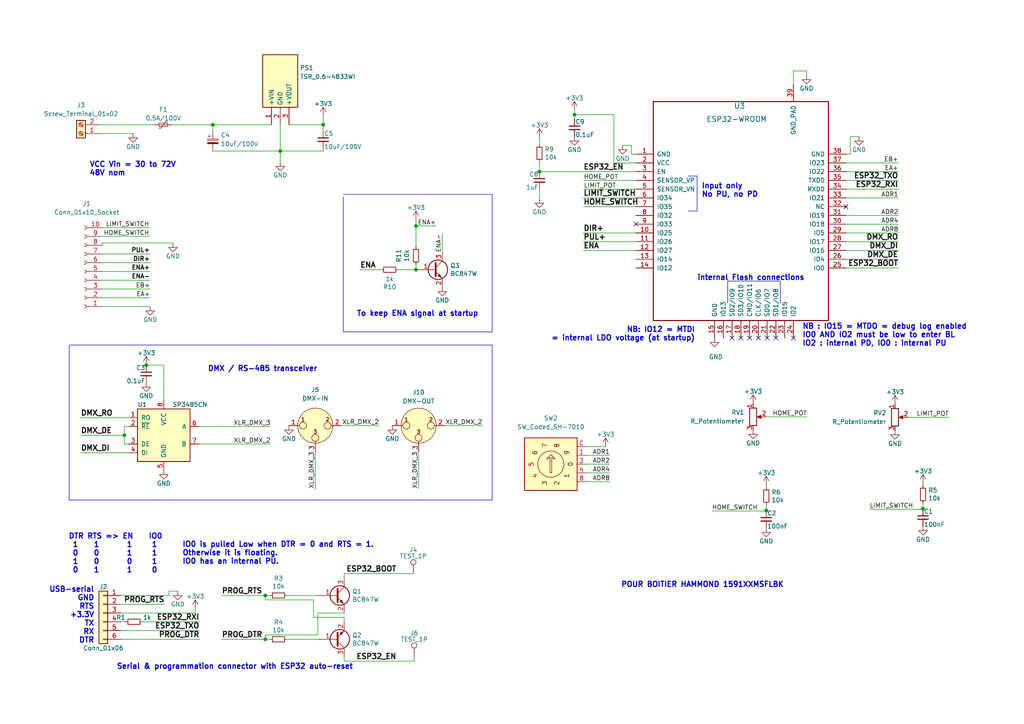
<source format=kicad_sch>
(kicad_sch (version 20230121) (generator eeschema)
  (paper "A4")
  (lib_symbols
    (symbol "Connector:Conn_01x10_Socket" (pin_names (offset 1.016) hide)
      (property "Reference" "J" (at 0 12.7 0))
      (property "Value" "Conn_01x10_Socket" (at 0 -15.24 0))
      (symbol "Conn_01x10_Socket_1_1"
        (arc (start 0 -12.192) (mid -0.5058 -12.7) (end 0 -13.208) (stroke (width 0.1524)))
        (arc (start 0 -9.652) (mid -0.5058 -10.16) (end 0 -10.668) (stroke (width 0.1524)))
        (arc (start 0 -7.112) (mid -0.5058 -7.62) (end 0 -8.128) (stroke (width 0.1524)))
        (arc (start 0 -4.572) (mid -0.5058 -5.08) (end 0 -5.588) (stroke (width 0.1524)))
        (arc (start 0 -2.032) (mid -0.5058 -2.54) (end 0 -3.048) (stroke (width 0.1524)))
        (polyline (pts (xy -1.27 -12.7) (xy -0.508 -12.7)) (stroke (width 0.1524)))
        (polyline (pts (xy -1.27 -10.16) (xy -0.508 -10.16)) (stroke (width 0.1524)))
        (polyline (pts (xy -1.27 -7.62) (xy -0.508 -7.62)) (stroke (width 0.1524)))
        (polyline (pts (xy -1.27 -5.08) (xy -0.508 -5.08)) (stroke (width 0.1524)))
        (polyline (pts (xy -1.27 -2.54) (xy -0.508 -2.54)) (stroke (width 0.1524)))
        (polyline (pts (xy -1.27 0) (xy -0.508 0)) (stroke (width 0.1524)))
        (polyline (pts (xy -1.27 2.54) (xy -0.508 2.54)) (stroke (width 0.1524)))
        (polyline (pts (xy -1.27 5.08) (xy -0.508 5.08)) (stroke (width 0.1524)))
        (polyline (pts (xy -1.27 7.62) (xy -0.508 7.62)) (stroke (width 0.1524)))
        (polyline (pts (xy -1.27 10.16) (xy -0.508 10.16)) (stroke (width 0.1524)))
        (arc (start 0 0.508) (mid -0.5058 0) (end 0 -0.508) (stroke (width 0.1524)))
        (arc (start 0 3.048) (mid -0.5058 2.54) (end 0 2.032) (stroke (width 0.1524)))
        (arc (start 0 5.588) (mid -0.5058 5.08) (end 0 4.572) (stroke (width 0.1524)))
        (arc (start 0 8.128) (mid -0.5058 7.62) (end 0 7.112) (stroke (width 0.1524)))
        (arc (start 0 10.668) (mid -0.5058 10.16) (end 0 9.652) (stroke (width 0.1524)))
        (pin passive line (at -5.08 10.16 0) (length 3.81) (name "Pin_1") (number "1"))
        (pin passive line (at -5.08 -12.7 0) (length 3.81) (name "Pin_10") (number "10"))
        (pin passive line (at -5.08 7.62 0) (length 3.81) (name "Pin_2") (number "2"))
        (pin passive line (at -5.08 5.08 0) (length 3.81) (name "Pin_3") (number "3"))
        (pin passive line (at -5.08 2.54 0) (length 3.81) (name "Pin_4") (number "4"))
        (pin passive line (at -5.08 0 0) (length 3.81) (name "Pin_5") (number "5"))
        (pin passive line (at -5.08 -2.54 0) (length 3.81) (name "Pin_6") (number "6"))
        (pin passive line (at -5.08 -5.08 0) (length 3.81) (name "Pin_7") (number "7"))
        (pin passive line (at -5.08 -7.62 0) (length 3.81) (name "Pin_8") (number "8"))
        (pin passive line (at -5.08 -10.16 0) (length 3.81) (name "Pin_9") (number "9"))
      )
    )
    (symbol "Connector:Screw_Terminal_01x02" (pin_names (offset 1.016) hide)
      (property "Reference" "J" (at 0 2.54 0))
      (property "Value" "Screw_Terminal_01x02" (at 0 -5.08 0))
      (symbol "Screw_Terminal_01x02_1_1"
        (rectangle (start -1.27 1.27) (end 1.27 -3.81) (stroke (width 0.254)) (fill (type background)))
        (circle (center 0 -2.54) (radius 0.635) (stroke (width 0.1524)))
        (polyline (pts (xy -0.5334 -2.2098) (xy 0.3302 -3.048)) (stroke (width 0.1524)))
        (polyline (pts (xy -0.5334 0.3302) (xy 0.3302 -0.508)) (stroke (width 0.1524)))
        (polyline (pts (xy -0.3556 -2.032) (xy 0.508 -2.8702)) (stroke (width 0.1524)))
        (polyline (pts (xy -0.3556 0.508) (xy 0.508 -0.3302)) (stroke (width 0.1524)))
        (circle (center 0 0) (radius 0.635) (stroke (width 0.1524)))
        (pin passive line (at -5.08 0 0) (length 3.81) (name "Pin_1") (number "1"))
        (pin passive line (at -5.08 -2.54 0) (length 3.81) (name "Pin_2") (number "2"))
      )
    )
    (symbol "Connector:TestPoint" (pin_numbers hide) (pin_names (offset 0.762) hide)
      (property "Reference" "TP" (at 0 6.858 0))
      (property "Value" "Connector_TestPoint" (at 0 5.08 0))
      (symbol "TestPoint_0_1"
        (circle (center 0 3.302) (radius 0.762))
      )
      (symbol "TestPoint_1_1"
        (pin passive line (at 0 0 90) (length 2.54) (name "1") (number "1"))
      )
    )
    (symbol "Connector:XLR3" (pin_names hide)
      (property "Reference" "J" (at 0 8.89 0))
      (property "Value" "XLR3" (at 0 6.35 0))
      (symbol "XLR3_0_1"
        (circle (center -3.556 0) (radius 1.016))
        (circle (center 0 -3.556) (radius 1.016))
        (polyline (pts (xy -5.08 0) (xy -4.572 0)))
        (polyline (pts (xy 0 -5.08) (xy 0 -4.572)))
        (polyline (pts (xy 5.08 0) (xy 4.572 0)))
        (circle (center 0 0) (radius 5.08) (fill (type background)))
        (circle (center 3.556 0) (radius 1.016))
        (text "1" (at -3.556 1.778 0) (effects (font (size 1.016 1.016) bold)))
        (text "2" (at 3.556 1.778 0) (effects (font (size 1.016 1.016) bold)))
        (text "3" (at 0 -1.778 0) (effects (font (size 1.016 1.016) bold)))
        (pin passive line (at -7.62 0 0) (length 2.54) (name "~") (number "1"))
        (pin passive line (at 7.62 0 180) (length 2.54) (name "~") (number "2"))
        (pin passive line (at 0 -7.62 90) (length 2.54) (name "~") (number "3"))
      )
    )
    (symbol "Connector_Generic:Conn_01x06" (pin_names (offset 1.016) hide)
      (property "Reference" "J" (at 0 7.62 0))
      (property "Value" "Connector_Generic_Conn_01x06" (at 0 -10.16 0))
      (symbol "Conn_01x06_1_1"
        (rectangle (start -1.27 -7.493) (end 0 -7.747) (stroke (width 0.1524)))
        (rectangle (start -1.27 -4.953) (end 0 -5.207) (stroke (width 0.1524)))
        (rectangle (start -1.27 -2.413) (end 0 -2.667) (stroke (width 0.1524)))
        (rectangle (start -1.27 0.127) (end 0 -0.127) (stroke (width 0.1524)))
        (rectangle (start -1.27 2.667) (end 0 2.413) (stroke (width 0.1524)))
        (rectangle (start -1.27 5.207) (end 0 4.953) (stroke (width 0.1524)))
        (rectangle (start -1.27 6.35) (end 1.27 -8.89) (stroke (width 0.254)) (fill (type background)))
        (pin passive line (at -5.08 5.08 0) (length 3.81) (name "Pin_1") (number "1"))
        (pin passive line (at -5.08 2.54 0) (length 3.81) (name "Pin_2") (number "2"))
        (pin passive line (at -5.08 0 0) (length 3.81) (name "Pin_3") (number "3"))
        (pin passive line (at -5.08 -2.54 0) (length 3.81) (name "Pin_4") (number "4"))
        (pin passive line (at -5.08 -5.08 0) (length 3.81) (name "Pin_5") (number "5"))
        (pin passive line (at -5.08 -7.62 0) (length 3.81) (name "Pin_6") (number "6"))
      )
    )
    (symbol "Device:C_Polarized_Small" (pin_numbers hide) (pin_names (offset 0.254) hide)
      (property "Reference" "C" (at 0.254 1.778 0))
      (property "Value" "C_Polarized_Small" (at 0.254 -2.032 0))
      (symbol "C_Polarized_Small_0_1"
        (rectangle (start -1.524 -0.3048) (end 1.524 -0.6858) (fill (type outline)))
        (rectangle (start -1.524 0.6858) (end 1.524 0.3048))
        (polyline (pts (xy -1.27 1.524) (xy -0.762 1.524)))
        (polyline (pts (xy -1.016 1.27) (xy -1.016 1.778)))
      )
      (symbol "C_Polarized_Small_1_1"
        (pin passive line (at 0 2.54 270) (length 1.8542) (name "~") (number "1"))
        (pin passive line (at 0 -2.54 90) (length 1.8542) (name "~") (number "2"))
      )
    )
    (symbol "Device:C_Small" (pin_numbers hide) (pin_names (offset 0.254) hide)
      (property "Reference" "C" (at 0.254 1.778 0))
      (property "Value" "Device_C_Small" (at 0.254 -2.032 0))
      (symbol "C_Small_0_1"
        (polyline (pts (xy -1.524 -0.508) (xy 1.524 -0.508)) (stroke (width 0.3302)))
        (polyline (pts (xy -1.524 0.508) (xy 1.524 0.508)) (stroke (width 0.3048)))
      )
      (symbol "C_Small_1_1"
        (pin passive line (at 0 2.54 270) (length 2.032) (name "~") (number "1"))
        (pin passive line (at 0 -2.54 90) (length 2.032) (name "~") (number "2"))
      )
    )
    (symbol "Device:Polyfuse_Small" (pin_numbers hide) (pin_names (offset 0))
      (property "Reference" "F" (at -1.905 0 90))
      (property "Value" "Polyfuse_Small" (at 1.905 0 90))
      (symbol "Polyfuse_Small_0_1"
        (rectangle (start -0.508 1.27) (end 0.508 -1.27))
        (polyline (pts (xy 0 2.54) (xy 0 -2.54)))
        (polyline (pts (xy -1.016 1.27) (xy -1.016 0.762) (xy 1.016 -0.762) (xy 1.016 -1.27)))
      )
      (symbol "Polyfuse_Small_1_1"
        (pin passive line (at 0 2.54 270) (length 0.635) (name "~") (number "1"))
        (pin passive line (at 0 -2.54 90) (length 0.635) (name "~") (number "2"))
      )
    )
    (symbol "Device:R_Potentiometer" (pin_names (offset 1.016) hide)
      (property "Reference" "RV" (at -4.445 0 90))
      (property "Value" "R_Potentiometer" (at -2.54 0 90))
      (symbol "R_Potentiometer_0_1"
        (polyline (pts (xy 2.54 0) (xy 1.524 0)))
        (polyline (pts (xy 1.143 0) (xy 2.286 0.508) (xy 2.286 -0.508) (xy 1.143 0)) (fill (type outline)))
        (rectangle (start 1.016 2.54) (end -1.016 -2.54) (stroke (width 0.254)))
      )
      (symbol "R_Potentiometer_1_1"
        (pin passive line (at 0 3.81 270) (length 1.27) (name "1") (number "1"))
        (pin passive line (at 3.81 0 180) (length 1.27) (name "2") (number "2"))
        (pin passive line (at 0 -3.81 90) (length 1.27) (name "3") (number "3"))
      )
    )
    (symbol "Device:R_Small" (pin_numbers hide) (pin_names (offset 0.254) hide)
      (property "Reference" "R" (at 0.762 0.508 0))
      (property "Value" "Device_R_Small" (at 0.762 -1.016 0))
      (symbol "R_Small_0_1"
        (rectangle (start -0.762 1.778) (end 0.762 -1.778) (stroke (width 0.2032)))
      )
      (symbol "R_Small_1_1"
        (pin passive line (at 0 2.54 270) (length 0.762) (name "~") (number "1"))
        (pin passive line (at 0 -2.54 90) (length 0.762) (name "~") (number "2"))
      )
    )
    (symbol "Interface_UART:SP3485CN" (pin_names (offset 1.016))
      (property "Reference" "U" (at -7.62 8.89 0))
      (property "Value" "Interface_UART_SP3485CN" (at 2.54 8.89 0))
      (symbol "SP3485CN_0_1"
        (rectangle (start -7.62 7.62) (end 7.62 -7.62) (stroke (width 0.254)) (fill (type background)))
      )
      (symbol "SP3485CN_1_1"
        (pin output line (at -10.16 5.08 0) (length 2.54) (name "RO") (number "1"))
        (pin input line (at -10.16 2.54 0) (length 2.54) (name "~{RE}") (number "2"))
        (pin input line (at -10.16 -2.54 0) (length 2.54) (name "DE") (number "3"))
        (pin input line (at -10.16 -5.08 0) (length 2.54) (name "DI") (number "4"))
        (pin power_in line (at 0 -10.16 90) (length 2.54) (name "GND") (number "5"))
        (pin bidirectional line (at 10.16 2.54 180) (length 2.54) (name "A") (number "6"))
        (pin bidirectional line (at 10.16 -2.54 180) (length 2.54) (name "B") (number "7"))
        (pin power_in line (at 0 10.16 270) (length 2.54) (name "VCC") (number "8"))
      )
    )
    (symbol "KXKM_ESP32_battery_management_board-rescue:ESP32-WROOM-espressif-xess" (pin_names (offset 1.016))
      (property "Reference" "U" (at 3.81 6.35 0))
      (property "Value" "ESP32-WROOM-espressif-xess" (at 3.81 3.81 0))
      (symbol "ESP32-WROOM-espressif-xess_1_1"
        (rectangle (start 5.08 15.24) (end 55.88 -48.26) (stroke (width 0.3048)))
        (pin power_in line (at 0 0 0) (length 5.08) (name "GND") (number "1"))
        (pin bidirectional line (at 0 -22.86 0) (length 5.08) (name "IO25") (number "10"))
        (pin input line (at 0 -25.4 0) (length 5.08) (name "IO26") (number "11"))
        (pin bidirectional line (at 0 -27.94 0) (length 5.08) (name "IO27") (number "12"))
        (pin bidirectional line (at 0 -30.48 0) (length 5.08) (name "IO14") (number "13"))
        (pin bidirectional line (at 0 -33.02 0) (length 5.08) (name "IO12") (number "14"))
        (pin power_in line (at 22.86 -53.34 90) (length 5.08) (name "GND") (number "15"))
        (pin bidirectional line (at 25.4 -53.34 90) (length 5.08) (name "IO13") (number "16"))
        (pin bidirectional line (at 27.94 -53.34 90) (length 5.08) (name "SD2/IO9") (number "17"))
        (pin bidirectional line (at 30.48 -53.34 90) (length 5.08) (name "SD3/IO10") (number "18"))
        (pin bidirectional line (at 33.02 -53.34 90) (length 5.08) (name "CMD/IO11") (number "19"))
        (pin power_in line (at 0 -2.54 0) (length 5.08) (name "VCC") (number "2"))
        (pin bidirectional line (at 35.56 -53.34 90) (length 5.08) (name "CLK/IO6") (number "20"))
        (pin bidirectional line (at 38.1 -53.34 90) (length 5.08) (name "SD0/IO7") (number "21"))
        (pin bidirectional line (at 40.64 -53.34 90) (length 5.08) (name "SD1/IO8") (number "22"))
        (pin bidirectional line (at 43.18 -53.34 90) (length 5.08) (name "IO15") (number "23"))
        (pin bidirectional line (at 45.72 -53.34 90) (length 5.08) (name "IO2") (number "24"))
        (pin bidirectional line (at 60.96 -33.02 180) (length 5.08) (name "IO0") (number "25"))
        (pin bidirectional line (at 60.96 -30.48 180) (length 5.08) (name "IO4") (number "26"))
        (pin bidirectional line (at 60.96 -27.94 180) (length 5.08) (name "IO16") (number "27"))
        (pin bidirectional line (at 60.96 -25.4 180) (length 5.08) (name "IO17") (number "28"))
        (pin bidirectional line (at 60.96 -22.86 180) (length 5.08) (name "IO5") (number "29"))
        (pin input line (at 0 -5.08 0) (length 5.08) (name "EN") (number "3"))
        (pin bidirectional line (at 60.96 -20.32 180) (length 5.08) (name "IO18") (number "30"))
        (pin bidirectional line (at 60.96 -17.78 180) (length 5.08) (name "IO19") (number "31"))
        (pin no_connect line (at 60.96 -15.24 180) (length 5.08) (name "NC") (number "32"))
        (pin bidirectional line (at 60.96 -12.7 180) (length 5.08) (name "IO21") (number "33"))
        (pin bidirectional line (at 60.96 -10.16 180) (length 5.08) (name "RXD0") (number "34"))
        (pin bidirectional line (at 60.96 -7.62 180) (length 5.08) (name "TXD0") (number "35"))
        (pin bidirectional line (at 60.96 -5.08 180) (length 5.08) (name "IO22") (number "36"))
        (pin bidirectional line (at 60.96 -2.54 180) (length 5.08) (name "IO23") (number "37"))
        (pin power_in line (at 60.96 0 180) (length 5.08) (name "GND") (number "38"))
        (pin power_in line (at 45.72 20.32 270) (length 5.08) (name "GND_PAD") (number "39"))
        (pin input line (at 0 -7.62 0) (length 5.08) (name "SENSOR_VP") (number "4"))
        (pin input line (at 0 -10.16 0) (length 5.08) (name "SENSOR_VN") (number "5"))
        (pin bidirectional line (at 0 -12.7 0) (length 5.08) (name "IO34") (number "6"))
        (pin bidirectional line (at 0 -15.24 0) (length 5.08) (name "IO35") (number "7"))
        (pin bidirectional line (at 0 -17.78 0) (length 5.08) (name "IO32") (number "8"))
        (pin bidirectional line (at 0 -20.32 0) (length 5.08) (name "IO33") (number "9"))
      )
    )
    (symbol "Switch:SW_Coded_SH-7010" (pin_names hide)
      (property "Reference" "SW" (at -7.62 8.89 0))
      (property "Value" "SW_Coded_SH-7010" (at -7.62 -8.89 0))
      (symbol "SW_Coded_SH-7010_0_0"
        (text "0" (at 5.715 0 2700) (effects (font (size 1.27 1.27))))
        (text "1" (at 4.6228 -3.3528 2340) (effects (font (size 1.27 1.27))))
        (text "2" (at 1.778 -5.4356 1980) (effects (font (size 1.27 1.27))))
        (text "3" (at -1.778 -5.4356 1620) (effects (font (size 1.27 1.27))))
        (text "4" (at -4.6228 -3.3528 1260) (effects (font (size 1.27 1.27))))
        (text "5" (at -5.715 0 900) (effects (font (size 1.27 1.27))))
        (text "6" (at -4.6228 3.3528 540) (effects (font (size 1.27 1.27))))
        (text "7" (at -1.778 5.4356 180) (effects (font (size 1.27 1.27))))
        (text "8" (at 1.778 5.4356 3420) (effects (font (size 1.27 1.27))))
        (text "9" (at 4.6228 3.3528 3060) (effects (font (size 1.27 1.27))))
      )
      (symbol "SW_Coded_SH-7010_0_1"
        (polyline (pts (xy -0.254 -2.54) (xy -0.254 2.032) (xy -0.762 1.524) (xy -1.27 1.524) (xy 0 2.794) (xy 1.27 1.524) (xy 0.762 1.524) (xy 0.254 2.032) (xy 0.254 -2.54) (xy -0.254 -2.54) (xy -0.254 -2.54)))
        (circle (center 0 0) (radius 3.81))
        (rectangle (start 7.62 7.62) (end -7.62 -7.62) (stroke (width 0.254)) (fill (type background)))
      )
      (symbol "SW_Coded_SH-7010_1_1"
        (pin passive line (at 10.16 2.54 180) (length 2.54) (name "1") (number "1"))
        (pin passive line (at 10.16 0 180) (length 2.54) (name "2") (number "2"))
        (pin passive line (at 10.16 -2.54 180) (length 2.54) (name "4") (number "4"))
        (pin passive line (at 10.16 -5.08 180) (length 2.54) (name "8") (number "8"))
        (pin passive line (at 10.16 5.08 180) (length 2.54) (name "C") (number "C"))
      )
    )
    (symbol "TSR_0_6-4833WI:TSR_0.6-4833WI"
      (property "Reference" "PS" (at 21.59 7.62 0))
      (property "Value" "TSR_0.6-4833WI" (at 21.59 5.08 0))
      (symbol "TSR_0.6-4833WI_1_1"
        (rectangle (start 5.08 2.54) (end 20.32 -7.62) (stroke (width 0.254)) (fill (type background)))
        (pin passive line (at 0 0 0) (length 5.08) (name "+VIN") (number "1"))
        (pin passive line (at 0 -2.54 0) (length 5.08) (name "GND") (number "2"))
        (pin passive line (at 0 -5.08 0) (length 5.08) (name "+VOUT") (number "3"))
      )
    )
    (symbol "Transistor_BJT:BC847W" (pin_names (offset 0) hide)
      (property "Reference" "Q" (at 5.08 1.905 0))
      (property "Value" "Transistor_BJT_BC847W" (at 5.08 0 0))
      (symbol "BC847W_0_1"
        (polyline (pts (xy 0.635 0.635) (xy 2.54 2.54)))
        (polyline (pts (xy 0.635 -0.635) (xy 2.54 -2.54) (xy 2.54 -2.54)))
        (polyline (pts (xy 0.635 1.905) (xy 0.635 -1.905) (xy 0.635 -1.905)) (stroke (width 0.508)))
        (polyline (pts (xy 1.27 -1.778) (xy 1.778 -1.27) (xy 2.286 -2.286) (xy 1.27 -1.778) (xy 1.27 -1.778)) (fill (type outline)))
        (circle (center 1.27 0) (radius 2.8194) (stroke (width 0.254)))
      )
      (symbol "BC847W_1_1"
        (pin input line (at -5.08 0 0) (length 5.715) (name "B") (number "1"))
        (pin passive line (at 2.54 -5.08 90) (length 2.54) (name "E") (number "2"))
        (pin passive line (at 2.54 5.08 270) (length 2.54) (name "C") (number "3"))
      )
    )
    (symbol "power:+3.3V" (power) (pin_names (offset 0))
      (property "Value" "power_+3.3V" (at 0 3.556 0))
      (symbol "+3.3V_0_1"
        (polyline (pts (xy -0.762 1.27) (xy 0 2.54)))
        (polyline (pts (xy 0 0) (xy 0 2.54)))
        (polyline (pts (xy 0 2.54) (xy 0.762 1.27)))
      )
      (symbol "+3.3V_1_1"
        (pin power_in line (at 0 0 90) (length 0) hide (name "+3V3") (number "1"))
      )
    )
    (symbol "power:GND" (power) (pin_names (offset 0))
      (property "Value" "power_GND" (at 0 -3.81 0))
      (symbol "GND_0_1"
        (polyline (pts (xy 0 0) (xy 0 -1.27) (xy 1.27 -1.27) (xy 0 -2.54) (xy -1.27 -1.27) (xy 0 -1.27)))
      )
      (symbol "GND_1_1"
        (pin power_in line (at 0 0 270) (length 0) hide (name "GND") (number "1"))
      )
    )
  )
  (junction (at 76.962 185.42))
  (junction (at 61.722 36.195))
  (junction (at 222.25 148.082))
  (junction (at 81.28 43.815))
  (junction (at 166.624 33.274))
  (junction (at 36.068 126.238))
  (junction (at 42.418 105.918))
  (junction (at 120.65 65.532))
  (junction (at 76.962 172.72))
  (junction (at 267.716 147.574))
  (junction (at 120.65 78.232))
  (junction (at 156.464 49.784))
  (junction (at 93.726 36.195))
  (no_connect (at 230.124 98.044))
  (no_connect (at 212.344 98.044))
  (no_connect (at 184.404 65.024))
  (no_connect (at 245.364 59.944))
  (no_connect (at 219.964 98.044))
  (no_connect (at 214.884 98.044))
  (no_connect (at 217.424 98.044))
  (no_connect (at 222.504 98.044))
  (no_connect (at 225.044 98.044))
  (wire (pts (xy 222.25 148.209) (xy 222.25 148.082)))
  (wire (pts (xy 90.932 173.99) (xy 90.932 179.07)))
  (wire (pts (xy 29.591 68.58) (xy 43.307 68.58)))
  (wire (pts (xy 169.164 59.944) (xy 184.404 59.944)))
  (wire (pts (xy 64.262 172.72) (xy 76.962 172.72)))
  (wire (pts (xy 99.822 166.37) (xy 119.888 166.37)))
  (wire (pts (xy 245.364 52.324) (xy 260.604 52.324)))
  (wire (pts (xy 93.726 33.655) (xy 93.726 36.195)))
  (wire (pts (xy 156.464 49.784) (xy 156.464 46.99)))
  (wire (pts (xy 222.25 140.716) (xy 222.25 141.351)))
  (wire (pts (xy 61.722 36.195) (xy 78.74 36.195)))
  (wire (pts (xy 120.142 191.77) (xy 120.142 190.5)))
  (polyline (pts (xy 211.074 87.884) (xy 211.074 81.534)))
  (wire (pts (xy 64.262 185.42) (xy 76.962 185.42)))
  (polyline (pts (xy 142.748 100.076) (xy 142.748 145.034)))
  (wire (pts (xy 169.291 52.324) (xy 184.404 52.324)))
  (wire (pts (xy 76.962 173.99) (xy 90.932 173.99)))
  (wire (pts (xy 76.962 185.42) (xy 78.232 185.42)))
  (wire (pts (xy 156.464 39.878) (xy 156.464 41.91)))
  (wire (pts (xy 36.068 123.698) (xy 37.338 123.698)))
  (wire (pts (xy 120.65 63.754) (xy 120.65 65.532)))
  (wire (pts (xy 43.561 83.82) (xy 29.591 83.82)))
  (wire (pts (xy 206.502 148.209) (xy 222.25 148.209)))
  (wire (pts (xy 36.068 123.698) (xy 36.068 126.238)))
  (wire (pts (xy 246.634 39.624) (xy 249.174 39.624)))
  (wire (pts (xy 260.604 62.484) (xy 245.364 62.484)))
  (wire (pts (xy 91.44 131.064) (xy 91.44 141.986)))
  (wire (pts (xy 90.932 179.07) (xy 99.822 179.07)))
  (wire (pts (xy 120.65 65.532) (xy 120.65 71.628)))
  (wire (pts (xy 245.364 77.724) (xy 260.604 77.724)))
  (wire (pts (xy 99.822 191.77) (xy 120.142 191.77)))
  (wire (pts (xy 99.822 191.77) (xy 99.822 190.5)))
  (wire (pts (xy 99.822 167.64) (xy 99.822 166.37)))
  (wire (pts (xy 184.404 44.704) (xy 183.134 44.704)))
  (wire (pts (xy 230.124 24.384) (xy 230.124 20.574)))
  (wire (pts (xy 37.338 131.318) (xy 23.368 131.318)))
  (wire (pts (xy 49.022 172.72) (xy 35.052 172.72)))
  (wire (pts (xy 50.165 70.485) (xy 29.591 70.485)))
  (wire (pts (xy 29.591 66.04) (xy 43.307 66.04)))
  (wire (pts (xy 260.604 75.184) (xy 245.364 75.184)))
  (polyline (pts (xy 99.568 96.266) (xy 142.748 96.266)))
  (wire (pts (xy 49.022 171.45) (xy 49.022 172.72)))
  (wire (pts (xy 92.202 184.15) (xy 92.202 177.8)))
  (wire (pts (xy 57.912 180.34) (xy 41.402 180.34)))
  (wire (pts (xy 37.338 121.158) (xy 23.368 121.158)))
  (wire (pts (xy 260.604 57.404) (xy 245.364 57.404)))
  (wire (pts (xy 57.658 128.778) (xy 78.486 128.778)))
  (wire (pts (xy 120.65 76.708) (xy 120.65 78.232)))
  (wire (pts (xy 51.562 171.45) (xy 49.022 171.45)))
  (wire (pts (xy 128.27 67.818) (xy 128.27 73.152)))
  (wire (pts (xy 176.911 132.08) (xy 169.926 132.08)))
  (wire (pts (xy 115.57 78.232) (xy 120.65 78.232)))
  (wire (pts (xy 36.068 126.238) (xy 23.368 126.238)))
  (wire (pts (xy 267.716 147.574) (xy 267.716 145.923)))
  (wire (pts (xy 35.052 182.88) (xy 57.912 182.88)))
  (wire (pts (xy 43.561 88.9) (xy 29.591 88.9)))
  (wire (pts (xy 99.822 179.07) (xy 99.822 180.34)))
  (wire (pts (xy 43.561 86.36) (xy 29.591 86.36)))
  (wire (pts (xy 169.164 70.104) (xy 184.404 70.104)))
  (wire (pts (xy 176.911 137.16) (xy 169.926 137.16)))
  (polyline (pts (xy 199.644 51.054) (xy 202.184 51.054)))
  (wire (pts (xy 139.954 123.444) (xy 129.032 123.444)))
  (polyline (pts (xy 202.184 51.054) (xy 202.184 61.214)))
  (wire (pts (xy 175.641 129.54) (xy 169.926 129.54)))
  (wire (pts (xy 49.911 36.195) (xy 61.722 36.195)))
  (polyline (pts (xy 142.748 145.034) (xy 20.066 145.034)))
  (polyline (pts (xy 99.568 57.15) (xy 99.568 96.266)))
  (wire (pts (xy 169.164 67.564) (xy 184.404 67.564)))
  (wire (pts (xy 93.726 43.815) (xy 81.28 43.815)))
  (wire (pts (xy 166.624 33.274) (xy 166.624 34.544)))
  (wire (pts (xy 35.052 180.34) (xy 36.322 180.34)))
  (wire (pts (xy 245.364 47.244) (xy 260.604 47.244)))
  (wire (pts (xy 28.575 38.735) (xy 38.608 38.735)))
  (wire (pts (xy 92.202 184.15) (xy 76.962 184.15)))
  (wire (pts (xy 275.209 121.031) (xy 263.398 121.031)))
  (wire (pts (xy 176.911 139.7) (xy 169.926 139.7)))
  (wire (pts (xy 184.404 72.644) (xy 169.164 72.644)))
  (wire (pts (xy 156.464 54.864) (xy 156.464 57.658)))
  (wire (pts (xy 43.561 78.74) (xy 29.591 78.74)))
  (wire (pts (xy 83.82 36.195) (xy 93.726 36.195)))
  (wire (pts (xy 81.28 36.195) (xy 81.28 43.815)))
  (wire (pts (xy 252.222 147.701) (xy 267.716 147.701)))
  (wire (pts (xy 245.364 44.704) (xy 246.634 44.704)))
  (wire (pts (xy 178.054 47.244) (xy 178.054 33.274)))
  (polyline (pts (xy 226.314 81.534) (xy 226.314 87.884)))
  (wire (pts (xy 76.962 172.72) (xy 78.232 172.72)))
  (wire (pts (xy 76.962 173.99) (xy 76.962 172.72)))
  (wire (pts (xy 121.412 141.732) (xy 121.412 131.064)))
  (wire (pts (xy 36.068 126.238) (xy 36.068 128.778)))
  (wire (pts (xy 178.054 33.274) (xy 166.624 33.274)))
  (wire (pts (xy 42.418 105.918) (xy 47.498 105.918)))
  (wire (pts (xy 245.364 70.104) (xy 260.604 70.104)))
  (wire (pts (xy 245.364 49.784) (xy 260.604 49.784)))
  (wire (pts (xy 109.982 123.444) (xy 99.06 123.444)))
  (wire (pts (xy 81.28 43.815) (xy 81.28 46.99)))
  (wire (pts (xy 93.726 36.195) (xy 93.726 37.973)))
  (wire (pts (xy 234.061 120.904) (xy 222.25 120.904)))
  (wire (pts (xy 83.312 185.42) (xy 92.202 185.42)))
  (wire (pts (xy 245.364 67.564) (xy 260.604 67.564)))
  (wire (pts (xy 43.561 81.28) (xy 29.591 81.28)))
  (wire (pts (xy 57.658 123.698) (xy 78.486 123.698)))
  (polyline (pts (xy 211.074 81.534) (xy 226.314 81.534)))
  (wire (pts (xy 93.726 43.053) (xy 93.726 43.815)))
  (wire (pts (xy 36.068 128.778) (xy 37.338 128.778)))
  (wire (pts (xy 35.052 175.26) (xy 47.752 175.26)))
  (wire (pts (xy 83.312 172.72) (xy 92.202 172.72)))
  (wire (pts (xy 230.124 20.574) (xy 233.934 20.574)))
  (wire (pts (xy 76.962 184.15) (xy 76.962 185.42)))
  (wire (pts (xy 184.404 47.244) (xy 178.054 47.244)))
  (wire (pts (xy 222.25 148.082) (xy 222.25 146.431)))
  (wire (pts (xy 176.911 134.62) (xy 169.926 134.62)))
  (wire (pts (xy 61.722 43.561) (xy 61.722 43.815)))
  (wire (pts (xy 260.604 54.864) (xy 245.364 54.864)))
  (polyline (pts (xy 20.066 100.076) (xy 20.066 145.034)))
  (wire (pts (xy 260.604 65.024) (xy 245.364 65.024)))
  (wire (pts (xy 61.722 43.815) (xy 81.28 43.815)))
  (wire (pts (xy 35.052 177.8) (xy 56.642 177.8)))
  (wire (pts (xy 169.291 54.864) (xy 184.404 54.864)))
  (wire (pts (xy 267.716 147.701) (xy 267.716 147.574)))
  (wire (pts (xy 92.202 177.8) (xy 99.822 177.8)))
  (wire (pts (xy 43.561 76.2) (xy 29.591 76.2)))
  (polyline (pts (xy 142.748 96.266) (xy 142.748 56.388)))
  (wire (pts (xy 35.052 185.42) (xy 57.912 185.42)))
  (wire (pts (xy 260.604 72.644) (xy 245.364 72.644)))
  (polyline (pts (xy 99.568 56.388) (xy 142.748 56.388)))
  (wire (pts (xy 56.642 177.8) (xy 56.642 176.53)))
  (wire (pts (xy 156.464 49.784) (xy 184.404 49.784)))
  (wire (pts (xy 166.624 32.004) (xy 166.624 33.274)))
  (wire (pts (xy 183.134 44.704) (xy 183.134 42.164)))
  (wire (pts (xy 61.722 36.195) (xy 61.722 38.481)))
  (polyline (pts (xy 202.184 61.214) (xy 199.644 61.214)))
  (wire (pts (xy 169.164 57.404) (xy 184.404 57.404)))
  (wire (pts (xy 29.591 70.485) (xy 29.591 71.12)))
  (wire (pts (xy 43.561 73.66) (xy 29.591 73.66)))
  (wire (pts (xy 120.65 65.532) (xy 126.492 65.532)))
  (wire (pts (xy 47.498 105.918) (xy 47.498 116.078)))
  (wire (pts (xy 246.634 44.704) (xy 246.634 39.624)))
  (wire (pts (xy 183.134 42.164) (xy 180.594 42.164)))
  (wire (pts (xy 233.934 20.574) (xy 233.934 21.844)))
  (wire (pts (xy 104.394 78.232) (xy 110.49 78.232)))
  (polyline (pts (xy 20.32 100.076) (xy 142.748 100.076)))
  (wire (pts (xy 28.575 36.195) (xy 44.831 36.195)))
  (wire (pts (xy 267.716 140.208) (xy 267.716 140.843)))
  (text "VCC Vin = 30 to 72V\n48V nom" (at 25.908 51.181 0) (effects (font (size 1.524 1.524) (thickness 0.3048) bold) (justify left bottom)))
  (text "NB: IO12 = MTDI\n= internal LDO voltage (at startup)" (at 201.676 99.06 0) (effects (font (size 1.524 1.524) (thickness 0.3048) bold) (justify right bottom)))
  (text "DMX / RS-485 transceiver" (at 60.198 107.95 0) (effects (font (size 1.524 1.524) (thickness 0.3048) bold) (justify left bottom)))
  (text "DTR RTS => EN    IO0\n 1    1       1     1\n 0    0       1     1\n 1    0       0     1\n 0    1       1     0" (at 19.812 166.37 0) (effects (font (size 1.524 1.524) (thickness 0.3048) bold) (justify left bottom)))
  (text "POUR BOITIER HAMMOND 1591XXMSFLBK" (at 180.086 170.561 0) (effects (font (size 1.524 1.524) (thickness 0.3048) bold) (justify left bottom)))
  (text "USB-serial\nGND\nRTS\n+3.3V\nTX\nRX\nDTR" (at 27.432 186.69 0) (effects (font (size 1.524 1.524) (thickness 0.3048) bold) (justify right bottom)))
  (text "IO0 is pulled Low when DTR = 0 and RTS = 1.\nOtherwise it is floating.\nIO0 has an internal PU." (at 52.832 163.83 0) (effects (font (size 1.524 1.524) (thickness 0.3048) bold) (justify left bottom)))
  (text "NB : IO15 = MTDO = debug log enabled\nIO0 AND IO2 must be low to enter BL \nIO2 : internal PD, IO0 : internal PU" (at 232.664 100.584 0) (effects (font (size 1.524 1.524) (thickness 0.3048) bold) (justify left bottom)))
  (text "Input only\nNo PU, no PD" (at 203.454 57.404 0) (effects (font (size 1.524 1.524) (thickness 0.3048) bold) (justify left bottom)))
  (text "internal Flash connections" (at 202.184 81.534 0) (effects (font (size 1.524 1.524) (thickness 0.3048) bold) (justify left bottom)))
  (text "Serial & programmation connector with ESP32 auto-reset" (at 33.782 194.31 0) (effects (font (size 1.524 1.524) (thickness 0.3048) bold) (justify left bottom)))
  (text "To keep ENA signal at startup" (at 103.378 91.948 0) (effects (font (size 1.524 1.524) (thickness 0.3048) bold) (justify left bottom)))
  (label "EA+" (at 43.561 86.36 180))
  (label "ENA" (at 169.164 72.644 0) (effects (font (size 1.524 1.524) (thickness 0.3048) bold)))
  (label "ADR4" (at 260.604 65.024 180))
  (label "EB+" (at 43.561 83.82 180))
  (label "ESP32_RXI" (at 57.912 180.34 180) (effects (font (size 1.524 1.524) (thickness 0.3048) bold)))
  (label "ESP32_BOOT" (at 115.062 166.37 180) (effects (font (size 1.524 1.524) (thickness 0.3048) bold)))
  (label "ESP32_BOOT" (at 260.604 77.724 180) (effects (font (size 1.524 1.524) (thickness 0.3048) bold)))
  (label "ESP32_TXO" (at 57.912 182.88 180) (effects (font (size 1.524 1.524) (thickness 0.3048) bold)))
  (label "ADR8" (at 176.911 139.7 180))
  (label "XLR_DMX_2" (at 139.954 123.444 180))
  (label "LIMIT_SWITCH" (at 43.307 66.04 180))
  (label "XLR_DMX_3" (at 91.44 141.732 90))
  (label "ESP32_TXO" (at 260.604 52.324 180) (effects (font (size 1.524 1.524) (thickness 0.3048) bold)))
  (label "ESP32_EN" (at 169.164 49.784 0) (effects (font (size 1.524 1.524) (thickness 0.3048) bold)))
  (label "ENA+" (at 43.561 78.74 180) (effects (font (thickness 0.254) bold)))
  (label "ENA-" (at 43.561 81.28 180) (effects (font (thickness 0.254) bold)))
  (label "HOME_POT" (at 234.061 120.904 180))
  (label "EA+" (at 260.604 49.784 180))
  (label "XLR_DMX_2" (at 109.982 123.444 180))
  (label "PUL+" (at 169.164 70.104 0) (effects (font (size 1.524 1.524) (thickness 0.3048) bold)))
  (label "PROG_RTS" (at 64.262 172.72 0) (effects (font (size 1.524 1.524) (thickness 0.3048) bold)))
  (label "ADR1" (at 176.911 132.08 180))
  (label "ESP32_RXI" (at 260.604 54.864 180) (effects (font (size 1.524 1.524) (thickness 0.3048) bold)))
  (label "XLR_DMX_3" (at 121.412 141.732 90))
  (label "ENA+" (at 126.492 65.532 180))
  (label "DMX_RO" (at 23.368 121.158 0) (effects (font (size 1.524 1.524) (thickness 0.3048) bold)))
  (label "DMX_DI" (at 260.604 72.644 180) (effects (font (size 1.524 1.524) (thickness 0.3048) bold)))
  (label "HOME_SWITCH" (at 206.502 148.209 0))
  (label "XLR_DMX_3" (at 78.486 123.698 180))
  (label "DIR+" (at 169.164 67.564 0) (effects (font (size 1.524 1.524) (thickness 0.3048) bold)))
  (label "ADR2" (at 260.604 62.484 180))
  (label "ESP32_EN" (at 115.062 191.77 180) (effects (font (size 1.524 1.524) (thickness 0.3048) bold)))
  (label "PROG_RTS" (at 47.752 175.26 180) (effects (font (size 1.524 1.524) (thickness 0.3048) bold)))
  (label "ADR2" (at 176.911 134.62 180))
  (label "DMX_RO" (at 260.604 70.104 180) (effects (font (size 1.524 1.524) (thickness 0.3048) bold)))
  (label "PUL+" (at 43.561 73.66 180) (effects (font (thickness 0.254) bold)))
  (label "PROG_DTR" (at 64.262 185.42 0) (effects (font (size 1.524 1.524) (thickness 0.3048) bold)))
  (label "DIR+" (at 43.561 76.2 180) (effects (font (thickness 0.254) bold)))
  (label "DMX_DE" (at 23.368 126.238 0) (effects (font (size 1.524 1.524) (thickness 0.3048) bold)))
  (label "ADR8" (at 260.604 67.564 180))
  (label "ADR4" (at 176.911 137.16 180))
  (label "ENA-" (at 128.27 67.818 270))
  (label "LIMIT_POT" (at 169.291 54.864 0))
  (label "PROG_DTR" (at 57.912 185.42 180) (effects (font (size 1.524 1.524) (thickness 0.3048) bold)))
  (label "ENA" (at 104.394 78.232 0) (effects (font (size 1.524 1.524) (thickness 0.3048) bold)))
  (label "XLR_DMX_2" (at 78.486 128.778 180))
  (label "DMX_DE" (at 260.604 75.184 180) (effects (font (size 1.524 1.524) (thickness 0.3048) bold)))
  (label "ADR1" (at 260.604 57.404 180))
  (label "LIMIT_SWITCH" (at 252.222 147.701 0))
  (label "HOME_POT" (at 169.291 52.324 0))
  (label "EB+" (at 260.604 47.244 180))
  (label "LIMIT_POT" (at 275.209 121.031 180))
  (label "LIMIT_SWITCH" (at 169.164 57.404 0) (effects (font (size 1.524 1.524) (thickness 0.3048) bold)))
  (label "HOME_SWITCH" (at 169.164 59.944 0) (effects (font (size 1.524 1.524) (thickness 0.3048) bold)))
  (label "HOME_SWITCH" (at 43.307 68.58 180))
  (label "DMX_DI" (at 23.368 131.318 0) (effects (font (size 1.524 1.524) (thickness 0.3048) bold)))
  (symbol (lib_id "Device:R_Small") (at 267.716 143.383 180) (unit 1)
    (property "Reference" "R5" (at 269.2146 142.2146 0) (effects (justify right)))
    (property "Value" "10k" (at 269.2146 144.526 0) (effects (justify right)))
    (property "Footprint" "Resistor_SMD:R_0603_1608Metric" (effects hide))
  )
  (symbol (lib_id "power:GND") (at 113.792 123.444 0) (unit 1)
    (property "Reference" "#PWR0105" (effects hide))
    (property "Value" "GND" (at 113.792 127.254 0))
  )
  (symbol (lib_id "power:GND") (at 83.82 123.444 0) (unit 1)
    (property "Reference" "#PWR016" (effects hide))
    (property "Value" "GND" (at 83.82 127.254 0))
  )
  (symbol (lib_id "Device:C_Polarized_Small") (at 61.722 41.021 0) (unit 1)
    (property "Reference" "C4" (at 64.008 39.2048 0) (effects (justify left)))
    (property "Value" "10uF/100V" (at 64.008 41.7448 0) (effects (justify left)))
    (property "Footprint" "Capacitor_SMD:CP_Elec_3x5.3" (effects hide))
  )
  (symbol (lib_id "power:GND") (at 222.25 153.162 0) (unit 1)
    (property "Reference" "#PWR011" (effects hide))
    (property "Value" "GND" (at 222.25 156.972 0))
  )
  (symbol (lib_id "Device:R_Small") (at 156.464 44.45 180) (unit 1)
    (property "Reference" "R9" (at 157.9626 43.2816 0) (effects (justify right)))
    (property "Value" "10k" (at 157.9626 45.593 0) (effects (justify right)))
    (property "Footprint" "Resistor_SMD:R_0603_1608Metric" (effects hide))
  )
  (symbol (lib_id "power:GND") (at 166.624 39.624 0) (unit 1)
    (property "Reference" "#PWR023" (effects hide))
    (property "Value" "GND" (at 166.624 43.434 0))
  )
  (symbol (lib_id "Device:C_Small") (at 222.25 150.622 0) (unit 1)
    (property "Reference" "C2" (at 222.504 148.844 0) (effects (justify left)))
    (property "Value" "100nF" (at 222.504 152.654 0) (effects (justify left)))
    (property "Footprint" "Capacitor_SMD:C_0603_1608Metric" (effects hide))
  )
  (symbol (lib_id "power:+3.3V") (at 222.25 140.716 0) (unit 1)
    (property "Reference" "#PWR05" (effects hide))
    (property "Value" "+3.3V" (at 222.25 137.16 0))
  )
  (symbol (lib_id "power:GND") (at 47.498 136.398 0) (unit 1)
    (property "Reference" "#PWR09" (effects hide))
    (property "Value" "GND" (at 47.498 140.208 0))
  )
  (symbol (lib_id "power:+3.3V") (at 93.726 33.655 0) (unit 1)
    (property "Reference" "#PWR018" (effects hide))
    (property "Value" "+3.3V" (at 93.726 30.099 0))
  )
  (symbol (lib_id "Device:Polyfuse_Small") (at 47.371 36.195 90) (unit 1)
    (property "Reference" "F1" (at 47.371 31.75 90))
    (property "Value" "0.5A/100V" (at 47.371 34.29 90))
    (property "Footprint" "Fuse:Fuse_1812_4532Metric" (effects hide))
    (property "LCSC" "C269128" (effects hide))
  )
  (symbol (lib_id "power:GND") (at 50.165 70.485 0) (unit 1)
    (property "Reference" "#PWR013" (effects hide))
    (property "Value" "GND" (at 50.165 74.295 0))
  )
  (symbol (lib_id "power:+3.3V") (at 156.464 39.878 0) (unit 1)
    (property "Reference" "#PWR02" (effects hide))
    (property "Value" "+3.3V" (at 156.464 36.322 0))
  )
  (symbol (lib_id "Connector:TestPoint") (at 120.142 190.5 0) (unit 1)
    (property "Reference" "J6" (at 120.142 183.642 0))
    (property "Value" "TEST_1P" (at 120.142 185.42 0))
    (property "Footprint" "TestPoint:TestPoint_Pad_D1.5mm" (effects hide))
  )
  (symbol (lib_id "power:GND") (at 156.464 57.658 0) (unit 1)
    (property "Reference" "#PWR021" (effects hide))
    (property "Value" "GND" (at 156.464 61.468 0))
  )
  (symbol (lib_id "power:GND") (at 51.562 171.45 0) (unit 1)
    (property "Reference" "#PWR010" (effects hide))
    (property "Value" "GND" (at 51.562 175.26 0))
  )
  (symbol (lib_id "Connector:XLR3") (at 91.44 123.444 0) (unit 1)
    (property "Reference" "J5" (at 91.44 113.03 0))
    (property "Value" "DMX-IN" (at 91.44 115.57 0))
    (property "Footprint" "AC3MAH-AU-PRE:AC3FAHL2-AU-PRE" (effects hide))
    (property "Datasheet" " ~" (effects hide))
  )
  (symbol (lib_id "Device:R_Small") (at 80.772 185.42 270) (unit 1)
    (property "Reference" "R4" (at 80.772 180.4416 90))
    (property "Value" "10k" (at 80.772 182.753 90))
    (property "Footprint" "Resistor_SMD:R_0603_1608Metric" (effects hide))
  )
  (symbol (lib_id "Device:R_Small") (at 113.03 78.232 90) (unit 1)
    (property "Reference" "R10" (at 113.03 83.2104 90))
    (property "Value" "1k" (at 113.03 80.899 90))
    (property "Footprint" "Resistor_SMD:R_0603_1608Metric" (effects hide))
  )
  (symbol (lib_id "Connector:Screw_Terminal_01x02") (at 23.495 38.735 180) (unit 1)
    (property "Reference" "J3" (at 23.495 30.48 0))
    (property "Value" "Screw_Terminal_01x02" (at 23.495 33.02 0))
    (property "Footprint" "Connector_Phoenix_MC:PhoenixContact_MC_1,5_2-G-3.81_1x02_P3.81mm_Horizontal" (effects hide))
  )
  (symbol (lib_id "Device:C_Small") (at 156.464 52.324 0) (mirror y) (unit 1)
    (property "Reference" "C8" (at 156.21 50.546 0) (effects (justify left)))
    (property "Value" "1uF" (at 156.21 54.356 0) (effects (justify left)))
    (property "Footprint" "Capacitor_SMD:C_0603_1608Metric" (effects hide))
  )
  (symbol (lib_id "power:GND") (at 128.27 83.312 0) (unit 1)
    (property "Reference" "#PWR0107" (effects hide))
    (property "Value" "GND" (at 128.27 87.122 0))
  )
  (symbol (lib_id "Device:R_Potentiometer") (at 259.588 121.031 0) (unit 1)
    (property "Reference" "RV2" (at 257.048 119.7609 0) (effects (justify right)))
    (property "Value" "R_Potentiometer" (at 257.048 122.3009 0) (effects (justify right)))
    (property "Footprint" "Potentiometer_THT:Potentiometer_Bourns_3339W_Horizontal" (effects hide))
  )
  (symbol (lib_id "power:GND") (at 249.174 39.624 0) (unit 1)
    (property "Reference" "#PWR027" (effects hide))
    (property "Value" "GND" (at 249.174 43.434 0))
  )
  (symbol (lib_id "power:GND") (at 267.716 152.654 0) (unit 1)
    (property "Reference" "#PWR04" (effects hide))
    (property "Value" "GND" (at 267.716 156.464 0))
  )
  (symbol (lib_id "power:+3.3V") (at 218.44 117.094 0) (unit 1)
    (property "Reference" "#PWR0117" (effects hide))
    (property "Value" "+3.3V" (at 218.44 113.538 0))
  )
  (symbol (lib_id "Device:R_Small") (at 38.862 180.34 270) (unit 1)
    (property "Reference" "R1" (at 35.052 179.07 90))
    (property "Value" "1k" (at 42.672 179.07 90))
    (property "Footprint" "Resistor_SMD:R_0603_1608Metric" (effects hide))
  )
  (symbol (lib_id "Device:C_Small") (at 93.726 40.513 0) (unit 1)
    (property "Reference" "C5" (at 93.98 38.735 0) (effects (justify left)))
    (property "Value" "10uF/100V" (at 93.98 42.545 0) (effects (justify left)))
    (property "Footprint" "Capacitor_SMD:C_1210_3225Metric" (effects hide))
  )
  (symbol (lib_id "power:+3.3V") (at 42.418 105.918 0) (unit 1)
    (property "Reference" "#PWR07" (effects hide))
    (property "Value" "+3.3V" (at 42.418 102.362 0))
  )
  (symbol (lib_id "power:GND") (at 218.44 124.714 0) (unit 1)
    (property "Reference" "#PWR0115" (effects hide))
    (property "Value" "GND" (at 218.44 128.524 0))
  )
  (symbol (lib_id "Device:R_Small") (at 222.25 143.891 180) (unit 1)
    (property "Reference" "R6" (at 223.7486 142.7226 0) (effects (justify right)))
    (property "Value" "10k" (at 223.7486 145.034 0) (effects (justify right)))
    (property "Footprint" "Resistor_SMD:R_0603_1608Metric" (effects hide))
  )
  (symbol (lib_id "Connector_Generic:Conn_01x06") (at 29.972 177.8 0) (mirror y) (unit 1)
    (property "Reference" "J2" (at 29.972 170.18 0))
    (property "Value" "Conn_01x06" (at 29.972 187.96 0))
    (property "Footprint" "Connector_PinHeader_2.54mm:PinHeader_1x06_P2.54mm_Horizontal" (effects hide))
  )
  (symbol (lib_id "Transistor_BJT:BC847W") (at 97.282 185.42 0) (mirror x) (unit 1)
    (property "Reference" "Q2" (at 102.1334 184.2516 0) (effects (justify left)))
    (property "Value" "BC847W" (at 102.1334 186.563 0) (effects (justify left)))
    (property "Footprint" "Package_TO_SOT_SMD:SOT-323_SC-70" (effects hide))
    (property "Datasheet" "http://www.infineon.com/dgdl/Infineon-BC847SERIES_BC848SERIES_BC849SERIES_BC850SERIES-DS-v01_01-en.pdf?fileId=db3a304314dca389011541d4630a1657" (effects hide))
  )
  (symbol (lib_id "Connector:Conn_01x10_Socket") (at 24.511 78.74 180) (unit 1)
    (property "Reference" "J1" (at 25.146 59.055 0))
    (property "Value" "Conn_01x10_Socket" (at 25.146 61.595 0))
    (property "Footprint" "Connector_Phoenix_MC:PhoenixContact_MC_1,5_10-G-3.81_1x10_P3.81mm_Horizontal" (effects hide))
  )
  (symbol (lib_id "TSR_0_6-4833WI:TSR_0.6-4833WI") (at 78.74 36.195 90) (unit 1)
    (property "Reference" "PS1" (at 86.995 19.685 90) (effects (justify right)))
    (property "Value" "TSR_0.6-4833WI" (at 86.995 22.225 90) (effects (justify right)))
    (property "Footprint" "KiCad:TSR0648120WI" (effects hide))
    (property "Datasheet" "https://tracopower.com/tsr0-6wi-datasheet/" (effects hide))
    (property "Height" "13.4" (effects hide))
    (property "Mouser Part Number" "495-TSR0.6-4833WI" (effects hide))
    (property "Mouser Price/Stock" "https://www.mouser.co.uk/ProductDetail/TRACO-Power/TSR-06-4833WI?qs=XeJtXLiO41TOoSnX4kC9jQ%3D%3D" (effects hide))
    (property "Manufacturer_Name" "Traco Power" (effects hide))
    (property "Manufacturer_Part_Number" "TSR 0.6-4833WI" (effects hide))
  )
  (symbol (lib_id "Interface_UART:SP3485CN") (at 47.498 126.238 0) (unit 1)
    (property "Reference" "U1" (at 39.878 117.348 0) (effects (justify left)))
    (property "Value" "SP3485CN" (at 50.038 117.348 0) (effects (justify left)))
    (property "Footprint" "Package_SO:SOIC-8_3.9x4.9mm_P1.27mm" (effects hide))
  )
  (symbol (lib_id "Device:R_Small") (at 120.65 74.168 0) (unit 1)
    (property "Reference" "R11" (at 115.6716 74.168 90))
    (property "Value" "10k" (at 117.983 74.168 90))
    (property "Footprint" "Resistor_SMD:R_0603_1608Metric" (effects hide))
  )
  (symbol (lib_id "Switch:SW_Coded_SH-7010") (at 159.766 134.62 0) (unit 1)
    (property "Reference" "SW2" (at 159.766 121.285 0))
    (property "Value" "SW_Coded_SH-7010" (at 159.766 123.825 0))
    (property "Footprint" "Button_Switch_THT:Nidec_SD-2011" (effects hide))
  )
  (symbol (lib_id "power:GND") (at 233.934 21.844 0) (unit 1)
    (property "Reference" "#PWR026" (effects hide))
    (property "Value" "GND" (at 233.934 25.654 0))
  )
  (symbol (lib_id "power:+3.3V") (at 120.65 63.754 0) (unit 1)
    (property "Reference" "#PWR0106" (effects hide))
    (property "Value" "+3.3V" (at 120.65 60.198 0))
  )
  (symbol (lib_id "Device:C_Small") (at 42.418 108.458 0) (mirror y) (unit 1)
    (property "Reference" "C3" (at 42.164 106.68 0) (effects (justify left)))
    (property "Value" "0.1uF" (at 42.164 110.49 0) (effects (justify left)))
    (property "Footprint" "Capacitor_SMD:C_0603_1608Metric" (effects hide))
  )
  (symbol (lib_id "power:GND") (at 43.561 88.9 0) (unit 1)
    (property "Reference" "#PWR01" (effects hide))
    (property "Value" "GND" (at 43.561 92.71 0))
  )
  (symbol (lib_id "Device:R_Small") (at 80.772 172.72 270) (unit 1)
    (property "Reference" "R3" (at 80.772 167.7416 90))
    (property "Value" "10k" (at 80.772 170.053 90))
    (property "Footprint" "Resistor_SMD:R_0603_1608Metric" (effects hide))
  )
  (symbol (lib_id "power:GND") (at 207.264 98.044 0) (unit 1)
    (property "Reference" "#PWR025" (effects hide))
    (property "Value" "GND" (at 207.645 103.505 0))
  )
  (symbol (lib_id "Device:R_Potentiometer") (at 218.44 120.904 0) (unit 1)
    (property "Reference" "RV1" (at 215.9 119.6339 0) (effects (justify right)))
    (property "Value" "R_Potentiometer" (at 215.9 122.1739 0) (effects (justify right)))
    (property "Footprint" "Potentiometer_THT:Potentiometer_Bourns_3339W_Horizontal" (effects hide))
  )
  (symbol (lib_id "power:+3.3V") (at 259.588 117.221 0) (unit 1)
    (property "Reference" "#PWR0114" (effects hide))
    (property "Value" "+3.3V" (at 259.588 113.665 0))
  )
  (symbol (lib_id "power:GND") (at 42.418 110.998 0) (unit 1)
    (property "Reference" "#PWR08" (effects hide))
    (property "Value" "GND" (at 42.418 114.808 0))
  )
  (symbol (lib_id "power:GND") (at 180.594 42.164 0) (unit 1)
    (property "Reference" "#PWR024" (effects hide))
    (property "Value" "GND" (at 180.594 45.974 0))
  )
  (symbol (lib_id "Transistor_BJT:BC847W") (at 125.73 78.232 0) (unit 1)
    (property "Reference" "Q3" (at 130.5814 77.0636 0) (effects (justify left)))
    (property "Value" "BC847W" (at 130.5814 79.375 0) (effects (justify left)))
    (property "Footprint" "Package_TO_SOT_SMD:SOT-323_SC-70" (effects hide))
    (property "Datasheet" "http://www.infineon.com/dgdl/Infineon-BC847SERIES_BC848SERIES_BC849SERIES_BC850SERIES-DS-v01_01-en.pdf?fileId=db3a304314dca389011541d4630a1657" (effects hide))
  )
  (symbol (lib_id "power:+3.3V") (at 175.641 129.54 0) (unit 1)
    (property "Reference" "#PWR0113" (effects hide))
    (property "Value" "+3.3V" (at 175.641 125.984 0))
  )
  (symbol (lib_id "Device:C_Small") (at 166.624 37.084 0) (unit 1)
    (property "Reference" "C9" (at 166.878 35.306 0) (effects (justify left)))
    (property "Value" "0.1uF" (at 166.878 39.116 0) (effects (justify left)))
    (property "Footprint" "Capacitor_SMD:C_0603_1608Metric" (effects hide))
  )
  (symbol (lib_id "power:GND") (at 259.588 124.841 0) (unit 1)
    (property "Reference" "#PWR0116" (effects hide))
    (property "Value" "GND" (at 259.588 128.651 0))
  )
  (symbol (lib_id "Connector:XLR3") (at 121.412 123.444 0) (unit 1)
    (property "Reference" "J10" (at 121.412 113.792 0))
    (property "Value" "DMX-OUT" (at 121.412 116.332 0))
    (property "Footprint" "AC3MAH-AU-PRE:AC3MAH-AU-PRE" (effects hide))
    (property "Datasheet" " ~" (effects hide))
  )
  (symbol (lib_id "power:GND") (at 38.608 38.735 0) (unit 1)
    (property "Reference" "#PWR06" (effects hide))
    (property "Value" "GND" (at 38.608 42.545 0))
  )
  (symbol (lib_id "power:GND") (at 81.28 46.99 0) (unit 1)
    (property "Reference" "#PWR014" (effects hide))
    (property "Value" "GND" (at 81.28 50.8 0))
  )
  (symbol (lib_id "power:+3.3V") (at 267.716 140.208 0) (unit 1)
    (property "Reference" "#PWR03" (effects hide))
    (property "Value" "+3.3V" (at 267.716 136.652 0))
  )
  (symbol (lib_id "Transistor_BJT:BC847W") (at 97.282 172.72 0) (unit 1)
    (property "Reference" "Q1" (at 102.1334 171.5516 0) (effects (justify left)))
    (property "Value" "BC847W" (at 102.1334 173.863 0) (effects (justify left)))
    (property "Footprint" "Package_TO_SOT_SMD:SOT-323_SC-70" (effects hide))
    (property "Datasheet" "http://www.infineon.com/dgdl/Infineon-BC847SERIES_BC848SERIES_BC849SERIES_BC850SERIES-DS-v01_01-en.pdf?fileId=db3a304314dca389011541d4630a1657" (effects hide))
  )
  (symbol (lib_id "KXKM_ESP32_battery_management_board-rescue:ESP32-WROOM-espressif-xess") (at 184.404 44.704 0) (unit 1)
    (property "Reference" "U3" (at 216.154 30.734 0) (effects (font (size 1.524 1.524)) (justify right)))
    (property "Value" "ESP32-WROOM" (at 222.504 34.544 0) (effects (font (size 1.524 1.524)) (justify right)))
    (property "Footprint" "RF_Module:ESP32-WROOM-32U" (effects hide))
  )
  (symbol (lib_id "power:+3.3V") (at 56.642 176.53 0) (unit 1)
    (property "Reference" "#PWR012" (effects hide))
    (property "Value" "+3.3V" (at 56.642 172.974 0))
  )
  (symbol (lib_id "Connector:TestPoint") (at 119.888 166.37 0) (unit 1)
    (property "Reference" "J4" (at 119.888 159.512 0))
    (property "Value" "TEST_1P" (at 119.888 161.29 0))
    (property "Footprint" "TestPoint:TestPoint_Pad_D1.5mm" (effects hide))
  )
  (symbol (lib_id "Device:C_Small") (at 267.716 150.114 0) (unit 1)
    (property "Reference" "C1" (at 267.97 148.336 0) (effects (justify left)))
    (property "Value" "100nF" (at 267.97 152.146 0) (effects (justify left)))
    (property "Footprint" "Capacitor_SMD:C_0603_1608Metric" (effects hide))
  )
  (symbol (lib_id "power:+3.3V") (at 166.624 32.004 0) (unit 1)
    (property "Reference" "#PWR022" (effects hide))
    (property "Value" "+3.3V" (at 166.624 28.448 0))
  )
)
</source>
